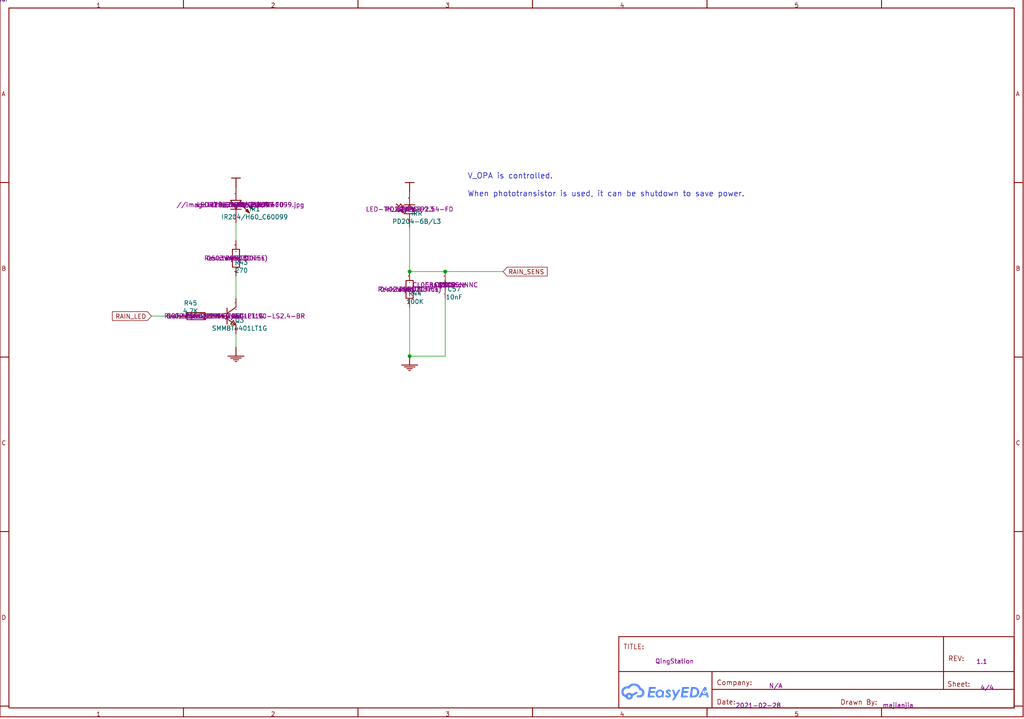
<source format=kicad_sch>
(kicad_sch (version 20250114) (generator "eeschema") (generator_version "9.0")
  (paper "User" 292.1 205.08)
  (lib_symbols
    (symbol "ProDoc_Qin-easyedapro:100K"
      (property "Reference" "R" (at 0 0 0))
      (symbol "100K_1_0"
        (pin input line (at -5.08 0 0) (length 2.54) (name "1") (number "1"))
        (pin input line (at 5.08 0 180) (length 2.54) (name "2") (number "2"))
      )
    )
    (symbol "ProDoc_Qin-easyedapro:10nF"
      (property "Reference" "C" (at 0 0 0))
      (symbol "10nF_1_0"
        (pin input line (at -3.81 0 0) (length 2.54) (name "1") (number "1"))
        (pin input line (at 3.81 0 180) (length 2.54) (name "2") (number "2"))
      )
    )
    (symbol "ProDoc_Qin-easyedapro:270"
      (property "Reference" "R" (at 0 0 0))
      (symbol "270_1_0"
        (pin input line (at -5.08 0 0) (length 2.54) (name "1") (number "1"))
        (pin input line (at 5.08 0 180) (length 2.54) (name "2") (number "2"))
      )
    )
    (symbol "ProDoc_Qin-easyedapro:3.3V" (power) (pin_numbers (hide yes)) (pin_names (hide yes))
      (symbol "3.3V_1_0"
        (pin power_in line (at 0 0 0) (length 0) (name "3.3V") (number "1"))
      )
    )
    (symbol "ProDoc_Qin-easyedapro:4.7K"
      (property "Reference" "R" (at 0 0 0))
      (symbol "4.7K_1_0"
        (pin input line (at -5.08 0 0) (length 2.54) (name "1") (number "1"))
        (pin input line (at 5.08 0 180) (length 2.54) (name "2") (number "2"))
      )
    )
    (symbol "ProDoc_Qin-easyedapro:A_A4"
      (symbol "A_A4_1_0"
        (text "A" (at 0.381 -27.7622 0) (effects (font (size 1.2192 1.2192)) (justify left bottom)))
        (text "B" (at 0.381 -77.5462 0) (effects (font (size 1.2192 1.2192)) (justify left bottom)))
        (text "C" (at 0.381 -127.3302 0) (effects (font (size 1.2192 1.2192)) (justify left bottom)))
        (text "D" (at 0.381 -177.1142 0) (effects (font (size 1.2192 1.2192)) (justify left bottom)))
        (text "1" (at 27.432 -2.4892 0) (effects (font (size 1.2192 1.2192)) (justify left bottom)))
        (text "1" (at 27.432 -204.6732 0) (effects (font (size 1.2192 1.2192)) (justify left bottom)))
        (text "2" (at 77.216 -2.4892 0) (effects (font (size 1.2192 1.2192)) (justify left bottom)))
        (text "2" (at 77.216 -204.6732 0) (effects (font (size 1.2192 1.2192)) (justify left bottom)))
        (text "3" (at 127 -2.4892 0) (effects (font (size 1.2192 1.2192)) (justify left bottom)))
        (text "3" (at 127 -204.6732 0) (effects (font (size 1.2192 1.2192)) (justify left bottom)))
        (text "4" (at 176.784 -2.4892 0) (effects (font (size 1.2192 1.2192)) (justify left bottom)))
        (text "4" (at 176.784 -204.6732 0) (effects (font (size 1.2192 1.2192)) (justify left bottom)))
        (text "TITLE:" (at 177.7746 -185.547 0) (effects (font (size 1.397 1.397)) (justify left bottom)))
        (text "Company:" (at 204.3684 -195.7832 0) (effects (font (size 1.397 1.397)) (justify left bottom)))
        (text "Date:" (at 204.3684 -201.295 0) (effects (font (size 1.397 1.397)) (justify left bottom)))
        (text "5" (at 226.568 -2.4892 0) (effects (font (size 1.2192 1.2192)) (justify left bottom)))
        (text "5" (at 226.568 -204.6732 0) (effects (font (size 1.2192 1.2192)) (justify left bottom)))
        (text "Drawn By:" (at 239.6744 -201.3712 0) (effects (font (size 1.397 1.397)) (justify left bottom)))
        (text "Sheet:" (at 270.1544 -196.215 0) (effects (font (size 1.397 1.397)) (justify left bottom)))
        (text "REV:" (at 270.4084 -188.9252 0) (effects (font (size 1.397 1.397)) (justify left bottom)))
        (text "A" (at 289.687 -27.7622 0) (effects (font (size 1.2192 1.2192)) (justify left bottom)))
        (text "B" (at 289.687 -77.5462 0) (effects (font (size 1.2192 1.2192)) (justify left bottom)))
        (text "C" (at 289.687 -127.3302 0) (effects (font (size 1.2192 1.2192)) (justify left bottom)))
        (text "D" (at 289.687 -177.1142 0) (effects (font (size 1.2192 1.2192)) (justify left bottom)))
      )
    )
    (symbol "ProDoc_Qin-easyedapro:GND" (power) (pin_numbers (hide yes)) (pin_names (hide yes))
      (symbol "GND_1_0"
        (pin power_in line (at 0 0 0) (length 0) (name "GND") (number "1"))
      )
    )
    (symbol "ProDoc_Qin-easyedapro:IR204/H60_C60099"
      (property "Reference" "IR" (at 0 0 0))
      (symbol "IR204/H60_C60099_1_0"
        (pin input line (at -5.08 -1.27 0) (length 3.81) (name "A") (number "1"))
        (pin input line (at 5.08 -1.27 180) (length 3.81) (name "C") (number "2"))
      )
    )
    (symbol "ProDoc_Qin-easyedapro:PD204-6B/L3"
      (property "Reference" "IRR" (at 0 0 0))
      (symbol "PD204-6B/L3_1_0"
        (pin input line (at -5.08 0 0) (length 3.81) (name "A") (number "1"))
        (pin input line (at 5.08 0 180) (length 3.81) (name "C") (number "2"))
      )
    )
    (symbol "ProDoc_Qin-easyedapro:SMMBT4401LT1G"
      (property "Reference" "Q" (at 0 0 0))
      (symbol "SMMBT4401LT1G_1_0"
        (pin unspecified line (at -5.08 0 0) (length 2.54) (name "B") (number "1"))
        (pin unspecified line (at 0 5.08 270) (length 2.54) (name "C") (number "3"))
        (pin unspecified line (at 0 -5.08 90) (length 2.54) (name "E") (number "2"))
      )
    )
    (symbol "ProDoc_Qin-easyedapro:V_OPA" (power) (pin_numbers (hide yes)) (pin_names (hide yes))
      (symbol "V_OPA_1_0"
        (pin power_in line (at 0 0 0) (length 0) (name "V_OPA") (number "1"))
      )
    )
  )
  (text "When phototransistor is used, it can be shutdown to save power." (at 133.35 56.3372 0) (effects (font (size 1.5748 1.5748)) (justify left bottom)))
  (text "V_OPA is controlled." (at 133.35 51.2572 0) (effects (font (size 1.5748 1.5748)) (justify left bottom)))
  (junction (at 116.84 77.47))
  (junction (at 127 77.47))
  (junction (at 116.84 101.6))
  (wire (pts (xy 116.84 101.6) (xy 127 101.6)))
  (wire (pts (xy 116.84 77.47) (xy 116.84 64.77)))
  (wire (pts (xy 62.23 90.17) (xy 60.96 90.17)))
  (wire (pts (xy 127 77.47) (xy 116.84 77.47)))
  (wire (pts (xy 50.8 90.17) (xy 43.18 90.17)))
  (wire (pts (xy 143.51 77.47) (xy 127 77.47)))
  (wire (pts (xy 116.84 101.6) (xy 116.84 87.63)))
  (wire (pts (xy 67.31 95.25) (xy 67.31 99.06)))
  (wire (pts (xy 127 101.6) (xy 127 85.09)))
  (wire (pts (xy 67.31 68.58) (xy 67.31 63.5)))
  (wire (pts (xy 67.31 78.74) (xy 67.31 85.09)))
  (global_label "RAIN_SENS" (shape input) (at 143.51 77.47 0) (property "Intersheetrefs" "${INTERSHEET_REFS}" (effects (hide yes))))
  (global_label "RAIN_LED" (shape input) (at 43.18 90.17 180) (property "Intersheetrefs" "${INTERSHEET_REFS}" (effects (hide yes))))
  (symbol (lib_id "ProDoc_Qin-easyedapro:PD204-6B/L3") (at 116.84 59.69 90) (unit 1)
    (property "Reference" "IRR" (at 118.872 60.8838 90))
    (property "Value" "PD204-6B/L3" (at 118.872 63.1698 90))
    (property "Footprint" "ProDoc_Qin-easyedapro:LED-TH_BD3.1-P2.54-FD" (effects (hide yes)))
    (property "Manufacturer Part" "PD204-6B/L3" (effects (hide yes)))
    (property "Manufacturer" "Everlight Elec" (effects (hide yes)))
    (property "Supplier Part" "C182237" (effects (hide yes)))
    (property "Supplier" "LCSC" (effects (hide yes)))
    (property "Add into BOM" "yes" (at 116.84 59.69 90))
    (property "Contributor" "LCSC" (at 116.84 59.69 90))
    (property "Convert to PCB" "yes" (at 116.84 59.69 90))
    (property "Origin Footprint" "LED-TH_BD3.1-P2.54-FD" (at 116.84 59.69 90))
    (property "spicePre" "L" (at 116.84 59.69 90))
    (property "spiceSymbolName" "PD204-6B/L3" (at 116.84 59.69 90))
  )
  (symbol (lib_id "ProDoc_Qin-easyedapro:270") (at 67.31 73.66 90) (unit 1)
    (property "Reference" "R43" (at 68.834 74.8538 90))
    (property "Value" "270" (at 68.834 77.1398 90))
    (property "Footprint" "ProDoc_Qin-easyedapro:R0603" (effects (hide yes)))
    (property "Manufacturer Part" "0603WAF2700T5E" (effects (hide yes)))
    (property "Manufacturer" "UniOhm" (effects (hide yes)))
    (property "Supplier Part" "C22966" (effects (hide yes)))
    (property "Supplier" "LCSC" (effects (hide yes)))
    (property "Add into BOM" "yes" (at 67.31 73.66 90))
    (property "Convert to PCB" "yes" (at 67.31 73.66 90))
    (property "Origin Footprint" "R0603" (at 67.31 73.66 90))
    (property "nameAlias" "Resistance (Ohms)" (at 67.31 73.66 90))
    (property "spicePre" "R" (at 67.31 73.66 90))
    (property "spiceSymbolName" "0603WAF2700T5E" (at 67.31 73.66 90))
  )
  (symbol (lib_id "ProDoc_Qin-easyedapro:100K") (at 116.84 82.55 90) (unit 1)
    (property "Reference" "R44" (at 118.364 83.7184 90))
    (property "Value" "100K" (at 118.364 86.0552 90))
    (property "Footprint" "ProDoc_Qin-easyedapro:R0402" (effects (hide yes)))
    (property "Manufacturer Part" "0402WGF1003TCE" (effects (hide yes)))
    (property "Manufacturer" "UniOhm" (effects (hide yes)))
    (property "Supplier Part" "C25741" (effects (hide yes)))
    (property "Supplier" "LCSC" (effects (hide yes)))
    (property "Add into BOM" "yes" (at 116.84 82.55 90))
    (property "Convert to PCB" "yes" (at 116.84 82.55 90))
    (property "Origin Footprint" "R0402" (at 116.84 82.55 90))
    (property "nameAlias" "Resistance (Ohms)" (at 116.84 82.55 90))
    (property "spicePre" "R" (at 116.84 82.55 90))
    (property "spiceSymbolName" "0402WGF1003TCE" (at 116.84 82.55 90))
  )
  (symbol (lib_id "ProDoc_Qin-easyedapro:10nF") (at 127 81.28 90) (unit 1)
    (property "Reference" "C57" (at 129.54 82.4738 90))
    (property "Value" "10nF" (at 129.54 84.7598 90))
    (property "Footprint" "ProDoc_Qin-easyedapro:C0402" (effects (hide yes)))
    (property "Manufacturer Part" "CL05B103KB5NNNC" (effects (hide yes)))
    (property "Manufacturer" "SAMSUNG" (effects (hide yes)))
    (property "Supplier Part" "C15195" (effects (hide yes)))
    (property "Supplier" "LCSC" (effects (hide yes)))
    (property "Add into BOM" "yes" (at 127 81.28 90))
    (property "Convert to PCB" "yes" (at 127 81.28 90))
    (property "Origin Footprint" "C0402" (at 127 81.28 90))
    (property "nameAlias" "Capacitance" (at 127 81.28 90))
    (property "spicePre" "C" (at 127 81.28 90))
    (property "spiceSymbolName" "CL05B103KB5NNNC" (at 127 81.28 90))
  )
  (symbol (lib_id "ProDoc_Qin-easyedapro:GND") (at 116.84 101.6 0) (unit 1)
    (property "Reference" "#PWR?" (effects (hide yes)))
    (property "Value" "GND" (effects (hide yes)))
    (property "Footprint" "ProDoc_Qin-easyedapro:" (effects (hide yes)))
  )
  (symbol (lib_id "ProDoc_Qin-easyedapro:A_A4") (at 0 -0.254 0) (unit 1)
    (property "Reference" "?" (at 0 -0.254 0))
    (property "Value" "A_A4" (at 0 -0.254 0))
    (property "Footprint" "ProDoc_Qin-easyedapro:" (effects (hide yes)))
    (property "@Project Name" "QingStation" (at 192.4304 188.6204 0))
    (property "Add into BOM" "yes" (at 0 -0.254 0))
    (property "Company" "N/A" (at 221.2848 195.6308 0))
    (property "Convert to PCB" "yes" (at 0 -0.254 0))
    (property "Date" "2021-02-28" (at 216.3064 201.2442 0))
    (property "Draw By" "majianjia" (at 256.1844 201.168 0))
    (property "REV" "1.1" (at 280.0604 188.722 0))
    (property "Sheet" "4/4" (at 281.5844 196.1642 0))
    (property "spicePre" "." (at 0 -0.254 0))
  )
  (symbol (lib_id "ProDoc_Qin-easyedapro:4.7K") (at 55.88 90.17 0) (unit 1)
    (property "Reference" "R45" (at 54.356 86.4616 0))
    (property "Value" "4.7K" (at 54.356 88.7476 0))
    (property "Footprint" "ProDoc_Qin-easyedapro:R0402" (effects (hide yes)))
    (property "Manufacturer Part" "0402WGF4701TCE" (effects (hide yes)))
    (property "Manufacturer" "UniOhm" (effects (hide yes)))
    (property "Supplier Part" "C25900" (effects (hide yes)))
    (property "Supplier" "LCSC" (effects (hide yes)))
    (property "Add into BOM" "yes" (at 55.88 90.17 0))
    (property "Convert to PCB" "yes" (at 55.88 90.17 0))
    (property "Origin Footprint" "R0402" (at 55.88 90.17 0))
    (property "nameAlias" "Resistance (Ohms)" (at 55.88 90.17 0))
    (property "spicePre" "R" (at 55.88 90.17 0))
    (property "spiceSymbolName" "0402WGF4701TCE" (at 55.88 90.17 0))
  )
  (symbol (lib_id "ProDoc_Qin-easyedapro:3.3V") (at 67.31 53.34 0) (unit 1)
    (property "Reference" "#PWR?" (effects (hide yes)))
    (property "Value" "3.3V" (effects (hide yes)))
    (property "Footprint" "ProDoc_Qin-easyedapro:" (effects (hide yes)))
  )
  (symbol (lib_id "ProDoc_Qin-easyedapro:GND") (at 67.31 99.06 0) (unit 1)
    (property "Reference" "#PWR?" (effects (hide yes)))
    (property "Value" "GND" (effects (hide yes)))
    (property "Footprint" "ProDoc_Qin-easyedapro:" (effects (hide yes)))
  )
  (symbol (lib_id "ProDoc_Qin-easyedapro:SMMBT4401LT1G") (at 67.31 90.17 0) (unit 1)
    (property "Reference" "Q3" (at 68.326 91.3638 0))
    (property "Value" "SMMBT4401LT1G" (at 68.326 93.6498 0))
    (property "Footprint" "ProDoc_Qin-easyedapro:SOT-23-3_L2.9-W1.3-P1.90-LS2.4-BR" (effects (hide yes)))
    (property "Manufacturer Part" "SMMBT4401LT1G" (effects (hide yes)))
    (property "Manufacturer" "ON Semicon" (effects (hide yes)))
    (property "Supplier Part" "C231273" (effects (hide yes)))
    (property "Supplier" "LCSC" (effects (hide yes)))
    (property "Add into BOM" "yes" (at 67.31 90.17 0))
    (property "Contributor" "LCSC" (at 67.31 90.17 0))
    (property "Convert to PCB" "yes" (at 67.31 90.17 0))
    (property "Origin Footprint" "SOT-23-3_L2.9-W1.3-P1.90-LS2.4-BR" (at 67.31 90.17 0))
    (property "spicePre" "Q" (at 67.31 90.17 0))
    (property "spiceSymbolName" "SMMBT4401LT1G" (at 67.31 90.17 0))
  )
  (symbol (lib_id "ProDoc_Qin-easyedapro:IR204/H60_C60099") (at 68.58 58.42 270) (unit 1)
    (property "Reference" "IR1" (at 72.644 59.6138 90))
    (property "Value" "IR204/H60_C60099" (at 72.644 61.8998 90))
    (property "Footprint" "ProDoc_Qin-easyedapro:LED-TH_BD3.0-P2.54-FD" (effects (hide yes)))
    (property "Manufacturer Part" "IR204/H60" (effects (hide yes)))
    (property "Manufacturer" "EVERLIGHT" (effects (hide yes)))
    (property "Supplier Part" "C60099" (effects (hide yes)))
    (property "Supplier" "LCSC" (effects (hide yes)))
    (property "Add into BOM" "yes" (at 68.58 58.42 90))
    (property "Contributor" "立创EDA官方封装库" (at 68.58 58.42 90))
    (property "Convert to PCB" "yes" (at 68.58 58.42 90))
    (property "Origin Footprint" "LED-TH_BD3.0-P2.54-FD" (at 68.58 58.42 90))
    (property "image" "//image.lceda.cn/szlcsc/C60099.jpg" (at 68.58 58.42 90))
    (property "spicePre" "I" (at 68.58 58.42 90))
    (property "spiceSymbolName" "IR204/H60_C60099" (at 68.58 58.42 90))
  )
  (symbol (lib_id "ProDoc_Qin-easyedapro:V_OPA") (at 116.84 54.61 0) (unit 1)
    (property "Reference" "#PWR?" (effects (hide yes)))
    (property "Value" "V_OPA" (effects (hide yes)))
    (property "Footprint" "ProDoc_Qin-easyedapro:" (effects (hide yes)))
  )
)
</source>
